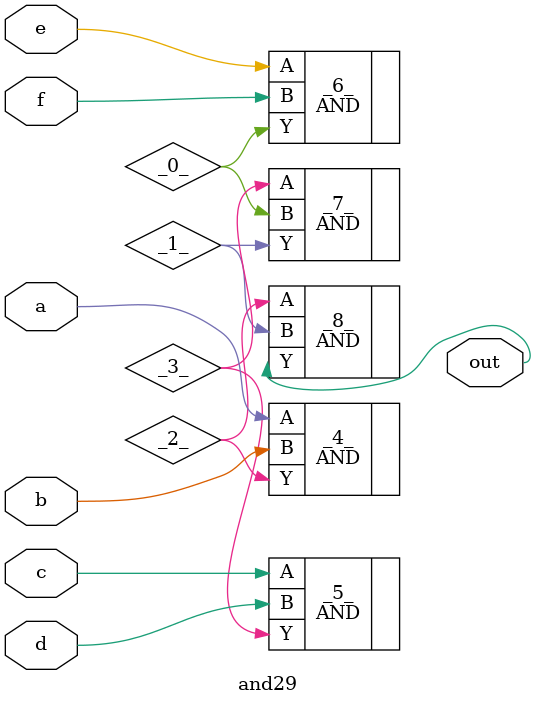
<source format=v>
/* Generated by Yosys 0.41+83 (git sha1 7045cf509, x86_64-w64-mingw32-g++ 13.2.1 -Os) */

/* cells_not_processed =  1  */
/* src = "and29.v:3.1-15.10" */
module and29(a, b, c, d, e, f, out);
  wire _0_;
  wire _1_;
  wire _2_;
  wire _3_;
  /* src = "and29.v:4.9-4.10" */
  input a;
  wire a;
  /* src = "and29.v:5.9-5.10" */
  input b;
  wire b;
  /* src = "and29.v:6.9-6.10" */
  input c;
  wire c;
  /* src = "and29.v:7.9-7.10" */
  input d;
  wire d;
  /* src = "and29.v:8.9-8.10" */
  input e;
  wire e;
  /* src = "and29.v:9.9-9.10" */
  input f;
  wire f;
  /* src = "and29.v:10.10-10.13" */
  output out;
  wire out;
  AND _4_ (
    .A(a),
    .B(b),
    .Y(_2_)
  );
  AND _5_ (
    .A(c),
    .B(d),
    .Y(_3_)
  );
  AND _6_ (
    .A(e),
    .B(f),
    .Y(_0_)
  );
  AND _7_ (
    .A(_3_),
    .B(_0_),
    .Y(_1_)
  );
  AND _8_ (
    .A(_2_),
    .B(_1_),
    .Y(out)
  );
endmodule

</source>
